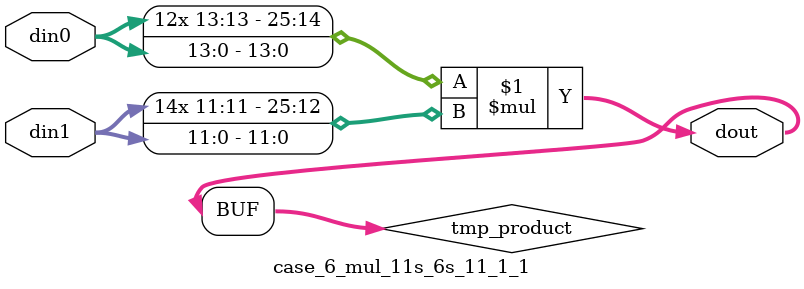
<source format=v>

`timescale 1 ns / 1 ps

 module case_6_mul_11s_6s_11_1_1(din0, din1, dout);
parameter ID = 1;
parameter NUM_STAGE = 0;
parameter din0_WIDTH = 14;
parameter din1_WIDTH = 12;
parameter dout_WIDTH = 26;

input [din0_WIDTH - 1 : 0] din0; 
input [din1_WIDTH - 1 : 0] din1; 
output [dout_WIDTH - 1 : 0] dout;

wire signed [dout_WIDTH - 1 : 0] tmp_product;



























assign tmp_product = $signed(din0) * $signed(din1);








assign dout = tmp_product;





















endmodule

</source>
